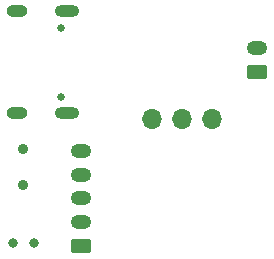
<source format=gbr>
%TF.GenerationSoftware,KiCad,Pcbnew,7.0.5*%
%TF.CreationDate,2023-07-12T14:46:01+02:00*%
%TF.ProjectId,euroslimenRFV2,6575726f-736c-4696-9d65-6e524656322e,rev?*%
%TF.SameCoordinates,Original*%
%TF.FileFunction,Soldermask,Bot*%
%TF.FilePolarity,Negative*%
%FSLAX46Y46*%
G04 Gerber Fmt 4.6, Leading zero omitted, Abs format (unit mm)*
G04 Created by KiCad (PCBNEW 7.0.5) date 2023-07-12 14:46:01*
%MOMM*%
%LPD*%
G01*
G04 APERTURE LIST*
G04 Aperture macros list*
%AMRoundRect*
0 Rectangle with rounded corners*
0 $1 Rounding radius*
0 $2 $3 $4 $5 $6 $7 $8 $9 X,Y pos of 4 corners*
0 Add a 4 corners polygon primitive as box body*
4,1,4,$2,$3,$4,$5,$6,$7,$8,$9,$2,$3,0*
0 Add four circle primitives for the rounded corners*
1,1,$1+$1,$2,$3*
1,1,$1+$1,$4,$5*
1,1,$1+$1,$6,$7*
1,1,$1+$1,$8,$9*
0 Add four rect primitives between the rounded corners*
20,1,$1+$1,$2,$3,$4,$5,0*
20,1,$1+$1,$4,$5,$6,$7,0*
20,1,$1+$1,$6,$7,$8,$9,0*
20,1,$1+$1,$8,$9,$2,$3,0*%
G04 Aperture macros list end*
%ADD10C,0.900000*%
%ADD11C,0.800000*%
%ADD12C,0.650000*%
%ADD13O,2.100000X1.000000*%
%ADD14O,1.800000X1.000000*%
%ADD15O,1.700000X1.700000*%
%ADD16RoundRect,0.250000X0.625000X-0.350000X0.625000X0.350000X-0.625000X0.350000X-0.625000X-0.350000X0*%
%ADD17O,1.750000X1.200000*%
G04 APERTURE END LIST*
D10*
%TO.C,S1*%
X96632000Y-64332000D03*
X96632000Y-67332000D03*
%TD*%
D11*
%TO.C,RST1*%
X97520000Y-72320000D03*
X95720000Y-72320000D03*
%TD*%
D12*
%TO.C,USB1*%
X99780000Y-54105000D03*
X99780000Y-59885000D03*
D13*
X100280000Y-52675000D03*
D14*
X96100000Y-52675000D03*
D13*
X100280000Y-61315000D03*
D14*
X96100000Y-61315000D03*
%TD*%
D15*
%TO.C,PROG1*%
X107510000Y-61760000D03*
X110050000Y-61760000D03*
X112590000Y-61760000D03*
%TD*%
D16*
%TO.C,EXT1*%
X101470000Y-72510000D03*
D17*
X101470000Y-70510000D03*
X101470000Y-68510000D03*
X101470000Y-66510000D03*
X101470000Y-64510000D03*
%TD*%
D16*
%TO.C,BAT1*%
X116430000Y-57770000D03*
D17*
X116430000Y-55770000D03*
%TD*%
M02*

</source>
